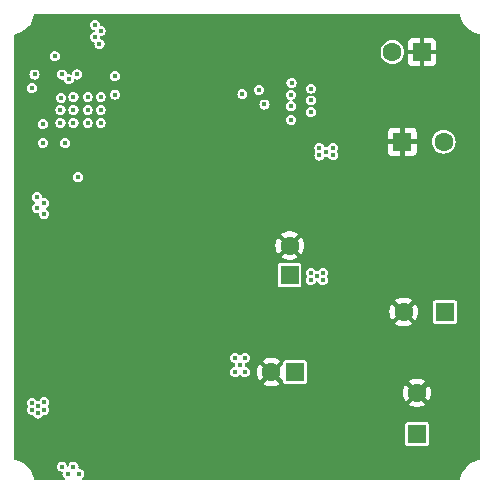
<source format=gbr>
%TF.GenerationSoftware,KiCad,Pcbnew,8.0.3*%
%TF.CreationDate,2024-07-12T17:44:37+02:00*%
%TF.ProjectId,CleanLVSupply,436c6561-6e4c-4565-9375-70706c792e6b,rev?*%
%TF.SameCoordinates,Original*%
%TF.FileFunction,Copper,L3,Inr*%
%TF.FilePolarity,Positive*%
%FSLAX46Y46*%
G04 Gerber Fmt 4.6, Leading zero omitted, Abs format (unit mm)*
G04 Created by KiCad (PCBNEW 8.0.3) date 2024-07-12 17:44:37*
%MOMM*%
%LPD*%
G01*
G04 APERTURE LIST*
%TA.AperFunction,ComponentPad*%
%ADD10R,1.600000X1.600000*%
%TD*%
%TA.AperFunction,ComponentPad*%
%ADD11C,1.600000*%
%TD*%
%TA.AperFunction,ViaPad*%
%ADD12C,0.450000*%
%TD*%
G04 APERTURE END LIST*
D10*
%TO.N,GND*%
%TO.C,C18*%
X163147349Y-91100000D03*
D11*
%TO.N,-15V*%
X166647349Y-91100000D03*
%TD*%
D10*
%TO.N,+5V*%
%TO.C,C40*%
X164400000Y-115852651D03*
D11*
%TO.N,GND*%
X164400000Y-112352651D03*
%TD*%
D10*
%TO.N,Net-(C41-Pad1)*%
%TO.C,C41*%
X154055113Y-110600000D03*
D11*
%TO.N,GND*%
X152055113Y-110600000D03*
%TD*%
D10*
%TO.N,GND*%
%TO.C,C14*%
X164800000Y-83500000D03*
D11*
%TO.N,Net-(C14-Pad2)*%
X162300000Y-83500000D03*
%TD*%
D10*
%TO.N,Net-(C29-Pad1)*%
%TO.C,C29*%
X153600000Y-102382380D03*
D11*
%TO.N,GND*%
X153600000Y-99882380D03*
%TD*%
D10*
%TO.N,+15V*%
%TO.C,C28*%
X166752651Y-105500000D03*
D11*
%TO.N,GND*%
X163252651Y-105500000D03*
%TD*%
D12*
%TO.N,/-15V Supply/-17V_SW*%
X151000000Y-86700000D03*
X153720000Y-88080000D03*
X151470000Y-87940000D03*
X137600000Y-88400000D03*
X153760000Y-86100000D03*
X136500000Y-87300000D03*
X135680000Y-94100000D03*
X134200000Y-89500000D03*
X155400000Y-87600000D03*
X131770000Y-86560000D03*
X132700000Y-89600000D03*
X155400000Y-88600000D03*
X136500000Y-88400000D03*
X135300000Y-87300000D03*
X136500000Y-89500000D03*
X134250000Y-87380000D03*
X153740000Y-89230000D03*
X135300000Y-89500000D03*
X133710000Y-83860000D03*
X138800000Y-87100000D03*
X155400000Y-86600000D03*
X137600000Y-89500000D03*
X135300000Y-88400000D03*
X153710000Y-87120000D03*
X134200000Y-88400000D03*
X149600000Y-87080000D03*
X134600000Y-91200000D03*
X137600000Y-87300000D03*
%TO.N,Net-(U1-VCC)*%
X138800000Y-85525000D03*
%TO.N,Net-(U1-RAMP)*%
X132000000Y-85400000D03*
%TO.N,Net-(U1-SS)*%
X132700000Y-91175000D03*
%TO.N,Net-(U1-COMP)*%
X135600000Y-85400000D03*
%TO.N,Net-(U1-FB)*%
X134900000Y-85800000D03*
%TO.N,Net-(U2-EN)*%
X157300000Y-91600000D03*
X156120000Y-92259003D03*
X156120000Y-91630000D03*
X156700000Y-91925000D03*
X157280000Y-92230000D03*
%TO.N,Net-(U1-RT)*%
X134300000Y-85400000D03*
%TO.N,Net-(U4-EN)*%
X155900000Y-102500000D03*
X156400000Y-102200000D03*
X155400000Y-102800000D03*
X155400000Y-102200000D03*
X156400000Y-102800000D03*
%TO.N,Net-(U6-EN)*%
X149800000Y-110600000D03*
X149000000Y-110600000D03*
X149000000Y-109400000D03*
X149800000Y-109400000D03*
X149400000Y-110000000D03*
%TO.N,GND*%
X132800000Y-111300000D03*
X140300000Y-114700000D03*
X146000000Y-85400000D03*
X132800000Y-112120000D03*
X160000000Y-105300000D03*
X133600000Y-91000000D03*
X163200000Y-88900000D03*
X147500000Y-81700000D03*
X143700000Y-85400000D03*
X152300000Y-81600000D03*
X134400000Y-115900000D03*
X147300000Y-110060000D03*
X139700000Y-110500000D03*
X135770000Y-108040000D03*
X156020000Y-115400000D03*
X160400000Y-114500000D03*
X137600000Y-100700000D03*
X146670000Y-99550000D03*
X143480000Y-116880000D03*
X156130000Y-90830000D03*
X158800000Y-107700000D03*
X137920000Y-114030000D03*
X159600000Y-90000000D03*
X160800000Y-90000000D03*
X156000000Y-114700000D03*
X155090000Y-94140000D03*
X157600000Y-105300000D03*
X144690000Y-97570000D03*
X155540000Y-115050000D03*
X160000000Y-106500000D03*
X160800000Y-89400000D03*
X159600000Y-89400000D03*
X156700000Y-95000000D03*
X132160000Y-102880000D03*
X140300000Y-81700000D03*
X153210000Y-96200000D03*
X155100000Y-104790000D03*
X155400000Y-81300000D03*
X155080000Y-114690000D03*
X151000000Y-85125000D03*
X141300000Y-85000000D03*
X139800000Y-83700000D03*
X139300000Y-116500000D03*
X148800000Y-84600000D03*
X135400000Y-96800000D03*
X135580000Y-104390000D03*
X131760000Y-87900000D03*
X153000000Y-83500000D03*
X139700000Y-112600000D03*
X150000000Y-82700000D03*
X146000000Y-84100000D03*
X157300000Y-84450000D03*
X133580000Y-112110000D03*
X145140000Y-102320000D03*
X155400000Y-83000000D03*
X138900000Y-113900000D03*
X160200000Y-89700000D03*
X142600000Y-81700000D03*
X137250000Y-110600000D03*
X146750000Y-112850000D03*
X139700000Y-113300000D03*
X160000000Y-107700000D03*
X137400000Y-113300000D03*
X138200000Y-102300000D03*
X143700000Y-84100000D03*
X158800000Y-105300000D03*
X146170000Y-105070000D03*
X157600000Y-106500000D03*
X135400000Y-96000000D03*
X145400000Y-116000000D03*
X141410000Y-98310000D03*
X134700000Y-98400000D03*
X158820000Y-80980000D03*
X133600000Y-91600000D03*
X137600000Y-99900000D03*
X157600000Y-107700000D03*
X133570000Y-111300000D03*
X146910000Y-117030000D03*
X145000000Y-81700000D03*
X160800000Y-112700000D03*
X150630000Y-112560000D03*
X136800000Y-117500000D03*
X158800000Y-106500000D03*
X139700000Y-111300000D03*
X146050000Y-107600000D03*
X155080000Y-115410000D03*
X135300000Y-115900000D03*
X135700000Y-101000000D03*
%TO.N,+12V*%
X134300000Y-118600000D03*
X137100000Y-81200000D03*
X137500000Y-82800000D03*
X134800000Y-119200000D03*
X137100000Y-82200000D03*
X132800000Y-96300000D03*
X132200000Y-96700000D03*
X137600000Y-81700000D03*
X131780000Y-113200000D03*
X132800000Y-97200000D03*
X132324898Y-113446592D03*
X135300000Y-118600000D03*
X132830000Y-113130000D03*
X132830000Y-113790000D03*
X132200000Y-95800000D03*
X132300000Y-114100000D03*
X135800000Y-119200000D03*
X131803942Y-113786743D03*
%TD*%
%TA.AperFunction,Conductor*%
%TO.N,GND*%
G36*
X168009230Y-80322174D02*
G01*
X168030271Y-80364842D01*
X168033729Y-80391113D01*
X168101601Y-80644415D01*
X168101601Y-80644416D01*
X168201955Y-80886694D01*
X168201956Y-80886696D01*
X168305982Y-81066874D01*
X168333076Y-81113803D01*
X168492718Y-81321851D01*
X168678149Y-81507282D01*
X168886197Y-81666924D01*
X169113303Y-81798043D01*
X169355581Y-81898398D01*
X169608884Y-81966270D01*
X169635158Y-81969729D01*
X169684208Y-81998047D01*
X169699500Y-82043096D01*
X169699500Y-117956903D01*
X169677826Y-118009229D01*
X169635160Y-118030270D01*
X169608890Y-118033729D01*
X169608888Y-118033729D01*
X169608884Y-118033730D01*
X169520019Y-118057541D01*
X169355588Y-118101599D01*
X169355583Y-118101601D01*
X169113305Y-118201955D01*
X169113303Y-118201956D01*
X168886197Y-118333075D01*
X168778143Y-118415989D01*
X168688845Y-118484511D01*
X168678144Y-118492722D01*
X168492722Y-118678144D01*
X168333075Y-118886197D01*
X168201956Y-119113303D01*
X168201955Y-119113305D01*
X168101601Y-119355583D01*
X168101601Y-119355584D01*
X168033729Y-119608886D01*
X168030271Y-119635158D01*
X168001953Y-119684208D01*
X167956904Y-119699500D01*
X136065152Y-119699500D01*
X136012826Y-119677826D01*
X135991152Y-119625500D01*
X136012826Y-119573174D01*
X136031554Y-119559567D01*
X136053220Y-119548528D01*
X136148528Y-119453220D01*
X136209719Y-119333126D01*
X136230804Y-119200000D01*
X136209719Y-119066874D01*
X136209719Y-119066873D01*
X136148528Y-118946780D01*
X136053219Y-118851471D01*
X135933126Y-118790281D01*
X135933126Y-118790280D01*
X135800000Y-118769196D01*
X135794176Y-118769196D01*
X135794176Y-118766951D01*
X135747045Y-118755623D01*
X135717466Y-118707324D01*
X135717469Y-118684192D01*
X135724954Y-118636933D01*
X135730804Y-118600000D01*
X135709719Y-118466874D01*
X135709719Y-118466873D01*
X135648528Y-118346780D01*
X135553219Y-118251471D01*
X135433126Y-118190281D01*
X135433126Y-118190280D01*
X135300000Y-118169196D01*
X135166873Y-118190280D01*
X135166873Y-118190281D01*
X135046780Y-118251471D01*
X134951471Y-118346780D01*
X134890281Y-118466873D01*
X134890280Y-118466874D01*
X134873089Y-118575420D01*
X134843496Y-118623711D01*
X134788424Y-118636933D01*
X134740133Y-118607340D01*
X134726911Y-118575420D01*
X134709719Y-118466874D01*
X134709718Y-118466873D01*
X134695070Y-118438125D01*
X134648528Y-118346780D01*
X134553220Y-118251472D01*
X134553219Y-118251471D01*
X134433126Y-118190281D01*
X134433126Y-118190280D01*
X134300000Y-118169196D01*
X134166873Y-118190280D01*
X134166873Y-118190281D01*
X134046780Y-118251471D01*
X133951471Y-118346780D01*
X133890281Y-118466873D01*
X133890280Y-118466873D01*
X133869196Y-118600000D01*
X133890280Y-118733126D01*
X133950581Y-118851472D01*
X133951472Y-118853220D01*
X134046780Y-118948528D01*
X134166873Y-119009718D01*
X134166873Y-119009719D01*
X134300000Y-119030804D01*
X134305824Y-119030804D01*
X134305824Y-119033058D01*
X134352919Y-119044350D01*
X134382526Y-119092632D01*
X134382530Y-119115805D01*
X134369196Y-119199998D01*
X134369196Y-119199999D01*
X134390280Y-119333126D01*
X134451471Y-119453219D01*
X134451472Y-119453220D01*
X134546780Y-119548528D01*
X134568444Y-119559566D01*
X134605226Y-119602633D01*
X134600782Y-119659096D01*
X134557715Y-119695878D01*
X134534848Y-119699500D01*
X132043096Y-119699500D01*
X131990770Y-119677826D01*
X131969729Y-119635158D01*
X131969156Y-119630804D01*
X131966270Y-119608884D01*
X131898398Y-119355581D01*
X131815261Y-119154873D01*
X131798044Y-119113305D01*
X131798043Y-119113303D01*
X131666924Y-118886197D01*
X131652793Y-118867781D01*
X131507282Y-118678149D01*
X131321851Y-118492718D01*
X131155412Y-118365004D01*
X131113802Y-118333075D01*
X130886696Y-118201956D01*
X130886694Y-118201955D01*
X130703203Y-118125951D01*
X130644419Y-118101602D01*
X130644417Y-118101601D01*
X130644416Y-118101601D01*
X130644411Y-118101599D01*
X130519165Y-118068040D01*
X130391116Y-118033730D01*
X130391109Y-118033729D01*
X130364840Y-118030270D01*
X130315791Y-118001950D01*
X130300500Y-117956903D01*
X130300500Y-115032904D01*
X163399500Y-115032904D01*
X163399500Y-116672397D01*
X163411133Y-116730883D01*
X163440608Y-116774994D01*
X163455448Y-116797203D01*
X163499560Y-116826678D01*
X163521767Y-116841517D01*
X163521768Y-116841517D01*
X163521769Y-116841518D01*
X163580252Y-116853151D01*
X163580254Y-116853151D01*
X165219746Y-116853151D01*
X165219748Y-116853151D01*
X165278231Y-116841518D01*
X165344552Y-116797203D01*
X165388867Y-116730882D01*
X165400500Y-116672399D01*
X165400500Y-115032903D01*
X165388867Y-114974420D01*
X165344552Y-114908099D01*
X165322343Y-114893259D01*
X165278232Y-114863784D01*
X165278233Y-114863784D01*
X165248989Y-114857967D01*
X165219748Y-114852151D01*
X163580252Y-114852151D01*
X163551010Y-114857967D01*
X163521767Y-114863784D01*
X163455449Y-114908098D01*
X163455447Y-114908100D01*
X163411133Y-114974418D01*
X163399500Y-115032904D01*
X130300500Y-115032904D01*
X130300500Y-113200000D01*
X131349196Y-113200000D01*
X131370280Y-113333126D01*
X131431471Y-113453219D01*
X131436421Y-113458169D01*
X131458095Y-113510495D01*
X131450030Y-113544090D01*
X131394222Y-113653619D01*
X131373138Y-113786743D01*
X131394222Y-113919869D01*
X131455413Y-114039962D01*
X131455414Y-114039963D01*
X131550722Y-114135271D01*
X131670815Y-114196461D01*
X131670815Y-114196462D01*
X131691374Y-114199718D01*
X131803942Y-114217547D01*
X131823386Y-114214467D01*
X131878459Y-114227688D01*
X131900896Y-114253960D01*
X131951472Y-114353220D01*
X132046780Y-114448528D01*
X132166873Y-114509718D01*
X132166873Y-114509719D01*
X132185075Y-114512601D01*
X132300000Y-114530804D01*
X132433126Y-114509719D01*
X132553220Y-114448528D01*
X132648528Y-114353220D01*
X132700103Y-114251998D01*
X132743169Y-114215217D01*
X132777610Y-114212506D01*
X132830000Y-114220804D01*
X132963126Y-114199719D01*
X133083220Y-114138528D01*
X133178528Y-114043220D01*
X133239719Y-113923126D01*
X133260804Y-113790000D01*
X133239719Y-113656874D01*
X133239719Y-113656873D01*
X133178528Y-113536780D01*
X133154074Y-113512326D01*
X133132400Y-113460000D01*
X133154074Y-113407674D01*
X133178528Y-113383220D01*
X133239719Y-113263126D01*
X133260804Y-113130000D01*
X133239719Y-112996874D01*
X133239719Y-112996873D01*
X133178528Y-112876780D01*
X133083219Y-112781471D01*
X132963126Y-112720281D01*
X132963126Y-112720280D01*
X132830000Y-112699196D01*
X132696873Y-112720280D01*
X132696873Y-112720281D01*
X132576780Y-112781471D01*
X132481473Y-112876778D01*
X132428649Y-112980451D01*
X132385582Y-113017233D01*
X132351139Y-113019944D01*
X132324898Y-113015788D01*
X132324897Y-113015788D01*
X132228827Y-113031003D01*
X132173755Y-113017781D01*
X132151320Y-112991513D01*
X132128528Y-112946780D01*
X132033220Y-112851472D01*
X132033219Y-112851471D01*
X131913126Y-112790281D01*
X131913126Y-112790280D01*
X131780000Y-112769196D01*
X131646873Y-112790280D01*
X131646873Y-112790281D01*
X131526780Y-112851471D01*
X131431471Y-112946780D01*
X131370281Y-113066873D01*
X131370280Y-113066873D01*
X131349196Y-113200000D01*
X130300500Y-113200000D01*
X130300500Y-112352647D01*
X163194859Y-112352647D01*
X163194859Y-112352654D01*
X163215377Y-112574083D01*
X163215379Y-112574096D01*
X163276237Y-112787993D01*
X163276239Y-112787997D01*
X163375368Y-112987077D01*
X163375370Y-112987080D01*
X163421560Y-113048245D01*
X164013629Y-112456176D01*
X164027259Y-112507045D01*
X164079920Y-112598257D01*
X164154394Y-112672731D01*
X164245606Y-112725392D01*
X164296472Y-112739021D01*
X163703000Y-113332492D01*
X163862817Y-113431445D01*
X163862827Y-113431450D01*
X164070194Y-113511785D01*
X164288800Y-113552650D01*
X164288806Y-113552651D01*
X164511194Y-113552651D01*
X164511199Y-113552650D01*
X164729805Y-113511785D01*
X164937172Y-113431450D01*
X164937182Y-113431445D01*
X165096997Y-113332491D01*
X164503527Y-112739021D01*
X164554394Y-112725392D01*
X164645606Y-112672731D01*
X164720080Y-112598257D01*
X164772741Y-112507045D01*
X164786370Y-112456178D01*
X165378438Y-113048246D01*
X165424629Y-112987079D01*
X165424631Y-112987077D01*
X165523760Y-112787997D01*
X165523762Y-112787993D01*
X165584620Y-112574096D01*
X165584622Y-112574083D01*
X165605141Y-112352654D01*
X165605141Y-112352647D01*
X165584622Y-112131218D01*
X165584620Y-112131205D01*
X165523762Y-111917308D01*
X165523760Y-111917304D01*
X165424631Y-111718224D01*
X165424629Y-111718221D01*
X165378437Y-111657054D01*
X164786370Y-112249122D01*
X164772741Y-112198257D01*
X164720080Y-112107045D01*
X164645606Y-112032571D01*
X164554394Y-111979910D01*
X164503525Y-111966280D01*
X165096998Y-111372808D01*
X164937182Y-111273856D01*
X164937172Y-111273851D01*
X164729805Y-111193516D01*
X164511199Y-111152651D01*
X164288800Y-111152651D01*
X164070194Y-111193516D01*
X163862827Y-111273851D01*
X163862817Y-111273856D01*
X163703000Y-111372808D01*
X164296472Y-111966280D01*
X164245606Y-111979910D01*
X164154394Y-112032571D01*
X164079920Y-112107045D01*
X164027259Y-112198257D01*
X164013629Y-112249123D01*
X163421560Y-111657054D01*
X163375368Y-111718225D01*
X163375367Y-111718228D01*
X163276239Y-111917304D01*
X163276237Y-111917308D01*
X163215379Y-112131205D01*
X163215377Y-112131218D01*
X163194859Y-112352647D01*
X130300500Y-112352647D01*
X130300500Y-109400000D01*
X148569196Y-109400000D01*
X148590280Y-109533126D01*
X148651471Y-109653219D01*
X148651472Y-109653220D01*
X148746780Y-109748528D01*
X148866874Y-109809719D01*
X148923002Y-109818608D01*
X148971293Y-109848200D01*
X148984515Y-109903272D01*
X148969196Y-109999998D01*
X148969196Y-110000000D01*
X148984515Y-110096726D01*
X148971293Y-110151799D01*
X148923002Y-110181391D01*
X148866874Y-110190280D01*
X148866873Y-110190281D01*
X148746780Y-110251471D01*
X148651471Y-110346780D01*
X148590281Y-110466873D01*
X148590280Y-110466873D01*
X148569196Y-110600000D01*
X148590280Y-110733126D01*
X148647592Y-110845606D01*
X148651472Y-110853220D01*
X148746780Y-110948528D01*
X148866873Y-111009718D01*
X148866873Y-111009719D01*
X148885075Y-111012601D01*
X149000000Y-111030804D01*
X149133126Y-111009719D01*
X149253220Y-110948528D01*
X149347674Y-110854074D01*
X149400000Y-110832400D01*
X149452326Y-110854074D01*
X149546780Y-110948528D01*
X149666873Y-111009718D01*
X149666873Y-111009719D01*
X149685075Y-111012601D01*
X149800000Y-111030804D01*
X149933126Y-111009719D01*
X150053220Y-110948528D01*
X150148528Y-110853220D01*
X150209719Y-110733126D01*
X150230804Y-110600000D01*
X150230803Y-110599996D01*
X150849972Y-110599996D01*
X150849972Y-110600003D01*
X150870490Y-110821432D01*
X150870492Y-110821445D01*
X150931350Y-111035342D01*
X150931352Y-111035346D01*
X151030481Y-111234426D01*
X151030483Y-111234429D01*
X151076673Y-111295594D01*
X151668742Y-110703525D01*
X151682372Y-110754394D01*
X151735033Y-110845606D01*
X151809507Y-110920080D01*
X151900719Y-110972741D01*
X151951585Y-110986370D01*
X151358113Y-111579841D01*
X151517930Y-111678794D01*
X151517940Y-111678799D01*
X151725307Y-111759134D01*
X151943913Y-111799999D01*
X151943919Y-111800000D01*
X152166307Y-111800000D01*
X152166312Y-111799999D01*
X152384918Y-111759134D01*
X152592285Y-111678799D01*
X152592295Y-111678794D01*
X152752110Y-111579840D01*
X152158640Y-110986370D01*
X152209507Y-110972741D01*
X152300719Y-110920080D01*
X152375193Y-110845606D01*
X152427854Y-110754394D01*
X152441483Y-110703527D01*
X153032939Y-111294983D01*
X153054613Y-111347309D01*
X153054613Y-111419746D01*
X153066246Y-111478232D01*
X153095721Y-111522343D01*
X153110561Y-111544552D01*
X153154673Y-111574027D01*
X153176880Y-111588866D01*
X153176881Y-111588866D01*
X153176882Y-111588867D01*
X153235365Y-111600500D01*
X153235367Y-111600500D01*
X154874859Y-111600500D01*
X154874861Y-111600500D01*
X154933344Y-111588867D01*
X154999665Y-111544552D01*
X155043980Y-111478231D01*
X155055613Y-111419748D01*
X155055613Y-109780252D01*
X155043980Y-109721769D01*
X154999665Y-109655448D01*
X154977456Y-109640608D01*
X154933345Y-109611133D01*
X154933346Y-109611133D01*
X154904102Y-109605316D01*
X154874861Y-109599500D01*
X153235365Y-109599500D01*
X153206123Y-109605316D01*
X153176880Y-109611133D01*
X153110562Y-109655447D01*
X153110560Y-109655449D01*
X153066246Y-109721767D01*
X153054613Y-109780253D01*
X153054613Y-109852690D01*
X153032939Y-109905016D01*
X152441483Y-110496471D01*
X152427854Y-110445606D01*
X152375193Y-110354394D01*
X152300719Y-110279920D01*
X152209507Y-110227259D01*
X152158638Y-110213629D01*
X152752111Y-109620157D01*
X152592295Y-109521205D01*
X152592285Y-109521200D01*
X152384918Y-109440865D01*
X152166312Y-109400000D01*
X151943913Y-109400000D01*
X151725307Y-109440865D01*
X151517940Y-109521200D01*
X151517930Y-109521205D01*
X151358113Y-109620157D01*
X151951585Y-110213629D01*
X151900719Y-110227259D01*
X151809507Y-110279920D01*
X151735033Y-110354394D01*
X151682372Y-110445606D01*
X151668742Y-110496472D01*
X151076673Y-109904403D01*
X151030481Y-109965574D01*
X151030480Y-109965577D01*
X150931352Y-110164653D01*
X150931350Y-110164657D01*
X150870492Y-110378554D01*
X150870490Y-110378567D01*
X150849972Y-110599996D01*
X150230803Y-110599996D01*
X150209719Y-110466874D01*
X150209719Y-110466873D01*
X150148528Y-110346780D01*
X150053219Y-110251471D01*
X149933126Y-110190281D01*
X149876996Y-110181390D01*
X149828705Y-110151796D01*
X149815484Y-110096725D01*
X149830804Y-110000000D01*
X149815484Y-109903272D01*
X149828706Y-109848201D01*
X149876994Y-109818609D01*
X149933126Y-109809719D01*
X150053220Y-109748528D01*
X150148528Y-109653220D01*
X150209719Y-109533126D01*
X150230804Y-109400000D01*
X150209719Y-109266874D01*
X150209719Y-109266873D01*
X150148528Y-109146780D01*
X150053219Y-109051471D01*
X149933126Y-108990281D01*
X149933126Y-108990280D01*
X149800000Y-108969196D01*
X149666873Y-108990280D01*
X149666873Y-108990281D01*
X149546780Y-109051471D01*
X149546779Y-109051472D01*
X149452326Y-109145926D01*
X149400000Y-109167600D01*
X149347674Y-109145926D01*
X149253219Y-109051471D01*
X149133126Y-108990281D01*
X149133126Y-108990280D01*
X149000000Y-108969196D01*
X148866873Y-108990280D01*
X148866873Y-108990281D01*
X148746780Y-109051471D01*
X148651471Y-109146780D01*
X148590281Y-109266873D01*
X148590280Y-109266873D01*
X148569196Y-109400000D01*
X130300500Y-109400000D01*
X130300500Y-105499996D01*
X162047510Y-105499996D01*
X162047510Y-105500003D01*
X162068028Y-105721432D01*
X162068030Y-105721445D01*
X162128888Y-105935342D01*
X162128890Y-105935346D01*
X162228019Y-106134426D01*
X162228021Y-106134429D01*
X162274211Y-106195594D01*
X162866280Y-105603525D01*
X162879910Y-105654394D01*
X162932571Y-105745606D01*
X163007045Y-105820080D01*
X163098257Y-105872741D01*
X163149123Y-105886370D01*
X162555651Y-106479841D01*
X162715468Y-106578794D01*
X162715478Y-106578799D01*
X162922845Y-106659134D01*
X163141451Y-106699999D01*
X163141457Y-106700000D01*
X163363845Y-106700000D01*
X163363850Y-106699999D01*
X163582456Y-106659134D01*
X163789823Y-106578799D01*
X163789833Y-106578794D01*
X163949648Y-106479840D01*
X163356178Y-105886370D01*
X163407045Y-105872741D01*
X163498257Y-105820080D01*
X163572731Y-105745606D01*
X163625392Y-105654394D01*
X163639021Y-105603527D01*
X164231089Y-106195595D01*
X164277280Y-106134428D01*
X164277282Y-106134426D01*
X164376411Y-105935346D01*
X164376413Y-105935342D01*
X164437271Y-105721445D01*
X164437273Y-105721432D01*
X164457792Y-105500003D01*
X164457792Y-105499996D01*
X164437273Y-105278567D01*
X164437271Y-105278554D01*
X164376413Y-105064657D01*
X164376411Y-105064653D01*
X164277282Y-104865573D01*
X164277280Y-104865570D01*
X164231088Y-104804403D01*
X163639021Y-105396471D01*
X163625392Y-105345606D01*
X163572731Y-105254394D01*
X163498257Y-105179920D01*
X163407045Y-105127259D01*
X163356176Y-105113629D01*
X163789553Y-104680253D01*
X165752151Y-104680253D01*
X165752151Y-106319746D01*
X165763784Y-106378232D01*
X165793259Y-106422343D01*
X165808099Y-106444552D01*
X165852211Y-106474027D01*
X165874418Y-106488866D01*
X165874419Y-106488866D01*
X165874420Y-106488867D01*
X165932903Y-106500500D01*
X165932905Y-106500500D01*
X167572397Y-106500500D01*
X167572399Y-106500500D01*
X167630882Y-106488867D01*
X167697203Y-106444552D01*
X167741518Y-106378231D01*
X167753151Y-106319748D01*
X167753151Y-104680252D01*
X167741518Y-104621769D01*
X167697203Y-104555448D01*
X167674994Y-104540608D01*
X167630883Y-104511133D01*
X167630884Y-104511133D01*
X167601640Y-104505316D01*
X167572399Y-104499500D01*
X165932903Y-104499500D01*
X165903661Y-104505316D01*
X165874418Y-104511133D01*
X165808100Y-104555447D01*
X165808098Y-104555449D01*
X165763784Y-104621767D01*
X165752151Y-104680253D01*
X163789553Y-104680253D01*
X163949649Y-104520157D01*
X163789833Y-104421205D01*
X163789823Y-104421200D01*
X163582456Y-104340865D01*
X163363850Y-104300000D01*
X163141451Y-104300000D01*
X162922845Y-104340865D01*
X162715478Y-104421200D01*
X162715468Y-104421205D01*
X162555651Y-104520157D01*
X163149123Y-105113629D01*
X163098257Y-105127259D01*
X163007045Y-105179920D01*
X162932571Y-105254394D01*
X162879910Y-105345606D01*
X162866280Y-105396472D01*
X162274211Y-104804403D01*
X162228019Y-104865574D01*
X162228018Y-104865577D01*
X162128890Y-105064653D01*
X162128888Y-105064657D01*
X162068030Y-105278554D01*
X162068028Y-105278567D01*
X162047510Y-105499996D01*
X130300500Y-105499996D01*
X130300500Y-101562633D01*
X152599500Y-101562633D01*
X152599500Y-103202126D01*
X152611133Y-103260612D01*
X152640608Y-103304723D01*
X152655448Y-103326932D01*
X152699560Y-103356407D01*
X152721767Y-103371246D01*
X152721768Y-103371246D01*
X152721769Y-103371247D01*
X152780252Y-103382880D01*
X152780254Y-103382880D01*
X154419746Y-103382880D01*
X154419748Y-103382880D01*
X154478231Y-103371247D01*
X154544552Y-103326932D01*
X154588867Y-103260611D01*
X154600500Y-103202128D01*
X154600500Y-102200000D01*
X154969196Y-102200000D01*
X154990280Y-102333126D01*
X155051473Y-102453222D01*
X155053862Y-102456511D01*
X155067078Y-102511585D01*
X155053862Y-102543489D01*
X155051473Y-102546777D01*
X154990281Y-102666873D01*
X154990280Y-102666873D01*
X154969196Y-102800000D01*
X154990280Y-102933126D01*
X155051471Y-103053219D01*
X155051472Y-103053220D01*
X155146780Y-103148528D01*
X155266873Y-103209718D01*
X155266873Y-103209719D01*
X155285075Y-103212601D01*
X155400000Y-103230804D01*
X155533126Y-103209719D01*
X155653220Y-103148528D01*
X155748528Y-103053220D01*
X155793148Y-102965648D01*
X155836214Y-102928867D01*
X155870655Y-102926156D01*
X155900000Y-102930804D01*
X155929342Y-102926156D01*
X155984413Y-102939377D01*
X156006852Y-102965649D01*
X156051472Y-103053220D01*
X156146780Y-103148528D01*
X156266873Y-103209718D01*
X156266873Y-103209719D01*
X156285075Y-103212601D01*
X156400000Y-103230804D01*
X156533126Y-103209719D01*
X156653220Y-103148528D01*
X156748528Y-103053220D01*
X156809719Y-102933126D01*
X156830804Y-102800000D01*
X156809719Y-102666874D01*
X156809719Y-102666873D01*
X156779685Y-102607929D01*
X156748528Y-102546780D01*
X156748523Y-102546775D01*
X156746140Y-102543494D01*
X156732920Y-102488421D01*
X156746140Y-102456506D01*
X156748521Y-102453226D01*
X156748528Y-102453220D01*
X156809719Y-102333126D01*
X156830804Y-102200000D01*
X156810823Y-102073843D01*
X156809719Y-102066873D01*
X156748528Y-101946780D01*
X156653219Y-101851471D01*
X156533126Y-101790281D01*
X156533126Y-101790280D01*
X156400000Y-101769196D01*
X156266873Y-101790280D01*
X156266873Y-101790281D01*
X156146780Y-101851471D01*
X156051473Y-101946778D01*
X156006852Y-102034350D01*
X155963784Y-102071132D01*
X155929343Y-102073843D01*
X155900001Y-102069196D01*
X155899999Y-102069196D01*
X155870656Y-102073843D01*
X155815584Y-102060621D01*
X155793147Y-102034350D01*
X155748528Y-101946780D01*
X155653220Y-101851472D01*
X155653219Y-101851471D01*
X155533126Y-101790281D01*
X155533126Y-101790280D01*
X155400000Y-101769196D01*
X155266873Y-101790280D01*
X155266873Y-101790281D01*
X155146780Y-101851471D01*
X155051471Y-101946780D01*
X154990281Y-102066873D01*
X154990280Y-102066873D01*
X154969196Y-102200000D01*
X154600500Y-102200000D01*
X154600500Y-101562632D01*
X154588867Y-101504149D01*
X154544552Y-101437828D01*
X154522343Y-101422988D01*
X154478232Y-101393513D01*
X154478233Y-101393513D01*
X154448989Y-101387696D01*
X154419748Y-101381880D01*
X152780252Y-101381880D01*
X152751010Y-101387696D01*
X152721767Y-101393513D01*
X152655449Y-101437827D01*
X152655447Y-101437829D01*
X152611133Y-101504147D01*
X152599500Y-101562633D01*
X130300500Y-101562633D01*
X130300500Y-99882376D01*
X152394859Y-99882376D01*
X152394859Y-99882383D01*
X152415377Y-100103812D01*
X152415379Y-100103825D01*
X152476237Y-100317722D01*
X152476239Y-100317726D01*
X152575368Y-100516806D01*
X152575370Y-100516809D01*
X152621560Y-100577974D01*
X153213629Y-99985905D01*
X153227259Y-100036774D01*
X153279920Y-100127986D01*
X153354394Y-100202460D01*
X153445606Y-100255121D01*
X153496472Y-100268750D01*
X152903000Y-100862221D01*
X153062817Y-100961174D01*
X153062827Y-100961179D01*
X153270194Y-101041514D01*
X153488800Y-101082379D01*
X153488806Y-101082380D01*
X153711194Y-101082380D01*
X153711199Y-101082379D01*
X153929805Y-101041514D01*
X154137172Y-100961179D01*
X154137182Y-100961174D01*
X154296997Y-100862220D01*
X153703527Y-100268750D01*
X153754394Y-100255121D01*
X153845606Y-100202460D01*
X153920080Y-100127986D01*
X153972741Y-100036774D01*
X153986370Y-99985907D01*
X154578438Y-100577975D01*
X154624629Y-100516808D01*
X154624631Y-100516806D01*
X154723760Y-100317726D01*
X154723762Y-100317722D01*
X154784620Y-100103825D01*
X154784622Y-100103812D01*
X154805141Y-99882383D01*
X154805141Y-99882376D01*
X154784622Y-99660947D01*
X154784620Y-99660934D01*
X154723762Y-99447037D01*
X154723760Y-99447033D01*
X154624631Y-99247953D01*
X154624629Y-99247950D01*
X154578437Y-99186783D01*
X153986370Y-99778851D01*
X153972741Y-99727986D01*
X153920080Y-99636774D01*
X153845606Y-99562300D01*
X153754394Y-99509639D01*
X153703525Y-99496009D01*
X154296998Y-98902537D01*
X154137182Y-98803585D01*
X154137172Y-98803580D01*
X153929805Y-98723245D01*
X153711199Y-98682380D01*
X153488800Y-98682380D01*
X153270194Y-98723245D01*
X153062827Y-98803580D01*
X153062817Y-98803585D01*
X152903000Y-98902537D01*
X153496472Y-99496009D01*
X153445606Y-99509639D01*
X153354394Y-99562300D01*
X153279920Y-99636774D01*
X153227259Y-99727986D01*
X153213629Y-99778852D01*
X152621560Y-99186783D01*
X152575368Y-99247954D01*
X152575367Y-99247957D01*
X152476239Y-99447033D01*
X152476237Y-99447037D01*
X152415379Y-99660934D01*
X152415377Y-99660947D01*
X152394859Y-99882376D01*
X130300500Y-99882376D01*
X130300500Y-95800000D01*
X131769196Y-95800000D01*
X131790280Y-95933126D01*
X131851471Y-96053219D01*
X131946780Y-96148528D01*
X132016527Y-96184066D01*
X132053310Y-96227133D01*
X132048866Y-96283595D01*
X132016527Y-96315934D01*
X131946780Y-96351471D01*
X131851471Y-96446780D01*
X131790281Y-96566873D01*
X131790280Y-96566873D01*
X131769196Y-96700000D01*
X131790280Y-96833126D01*
X131851471Y-96953219D01*
X131851472Y-96953220D01*
X131946780Y-97048528D01*
X132066873Y-97109718D01*
X132066873Y-97109719D01*
X132087958Y-97113058D01*
X132200000Y-97130804D01*
X132284192Y-97117469D01*
X132339264Y-97130691D01*
X132368857Y-97178982D01*
X132368859Y-97194176D01*
X132369196Y-97194176D01*
X132369196Y-97199999D01*
X132390280Y-97333126D01*
X132451471Y-97453219D01*
X132451472Y-97453220D01*
X132546780Y-97548528D01*
X132666873Y-97609718D01*
X132666873Y-97609719D01*
X132685075Y-97612601D01*
X132800000Y-97630804D01*
X132933126Y-97609719D01*
X133053220Y-97548528D01*
X133148528Y-97453220D01*
X133209719Y-97333126D01*
X133230804Y-97200000D01*
X133209719Y-97066874D01*
X133209719Y-97066873D01*
X133148528Y-96946780D01*
X133053222Y-96851474D01*
X133053220Y-96851472D01*
X132983469Y-96815932D01*
X132946689Y-96772867D01*
X132951132Y-96716405D01*
X132983469Y-96684067D01*
X133053220Y-96648528D01*
X133148528Y-96553220D01*
X133209719Y-96433126D01*
X133230804Y-96300000D01*
X133209719Y-96166874D01*
X133209719Y-96166873D01*
X133148528Y-96046780D01*
X133053219Y-95951471D01*
X132933126Y-95890281D01*
X132933126Y-95890280D01*
X132800000Y-95869196D01*
X132799999Y-95869196D01*
X132715805Y-95882530D01*
X132660733Y-95869308D01*
X132631141Y-95821016D01*
X132631144Y-95805824D01*
X132630804Y-95805824D01*
X132630804Y-95800000D01*
X132609719Y-95666873D01*
X132548528Y-95546780D01*
X132453219Y-95451471D01*
X132333126Y-95390281D01*
X132333126Y-95390280D01*
X132200000Y-95369196D01*
X132066873Y-95390280D01*
X132066873Y-95390281D01*
X131946780Y-95451471D01*
X131851471Y-95546780D01*
X131790281Y-95666873D01*
X131790280Y-95666873D01*
X131769196Y-95800000D01*
X130300500Y-95800000D01*
X130300500Y-94100000D01*
X135249196Y-94100000D01*
X135270280Y-94233126D01*
X135331471Y-94353219D01*
X135331472Y-94353220D01*
X135426780Y-94448528D01*
X135546873Y-94509718D01*
X135546873Y-94509719D01*
X135565075Y-94512601D01*
X135680000Y-94530804D01*
X135813126Y-94509719D01*
X135933220Y-94448528D01*
X136028528Y-94353220D01*
X136089719Y-94233126D01*
X136110804Y-94100000D01*
X136089719Y-93966874D01*
X136089719Y-93966873D01*
X136028528Y-93846780D01*
X135933219Y-93751471D01*
X135813126Y-93690281D01*
X135813126Y-93690280D01*
X135680000Y-93669196D01*
X135546873Y-93690280D01*
X135546873Y-93690281D01*
X135426780Y-93751471D01*
X135331471Y-93846780D01*
X135270281Y-93966873D01*
X135270280Y-93966873D01*
X135249196Y-94100000D01*
X130300500Y-94100000D01*
X130300500Y-91175000D01*
X132269196Y-91175000D01*
X132290280Y-91308126D01*
X132347324Y-91420080D01*
X132351472Y-91428220D01*
X132446780Y-91523528D01*
X132566873Y-91584718D01*
X132566873Y-91584719D01*
X132585075Y-91587601D01*
X132700000Y-91605804D01*
X132833126Y-91584719D01*
X132953220Y-91523528D01*
X133048528Y-91428220D01*
X133109719Y-91308126D01*
X133126844Y-91200000D01*
X134169196Y-91200000D01*
X134190280Y-91333126D01*
X134251471Y-91453219D01*
X134251472Y-91453220D01*
X134346780Y-91548528D01*
X134466873Y-91609718D01*
X134466873Y-91609719D01*
X134485075Y-91612601D01*
X134600000Y-91630804D01*
X134605076Y-91630000D01*
X155689196Y-91630000D01*
X155710280Y-91763126D01*
X155771471Y-91883219D01*
X155780427Y-91892175D01*
X155802101Y-91944501D01*
X155780431Y-91996823D01*
X155771471Y-92005783D01*
X155710280Y-92125879D01*
X155689196Y-92259003D01*
X155710280Y-92392129D01*
X155771471Y-92512222D01*
X155771472Y-92512223D01*
X155866780Y-92607531D01*
X155986873Y-92668721D01*
X155986873Y-92668722D01*
X156005075Y-92671604D01*
X156120000Y-92689807D01*
X156253126Y-92668722D01*
X156373220Y-92607531D01*
X156468528Y-92512223D01*
X156529719Y-92392129D01*
X156529747Y-92392044D01*
X156529786Y-92391998D01*
X156532364Y-92386939D01*
X156533578Y-92387557D01*
X156566527Y-92348975D01*
X156611702Y-92341819D01*
X156700000Y-92355804D01*
X156801012Y-92339805D01*
X156856083Y-92353027D01*
X156878521Y-92379298D01*
X156931472Y-92483220D01*
X157026780Y-92578528D01*
X157146873Y-92639718D01*
X157146873Y-92639719D01*
X157165075Y-92642601D01*
X157280000Y-92660804D01*
X157413126Y-92639719D01*
X157533220Y-92578528D01*
X157628528Y-92483220D01*
X157689719Y-92363126D01*
X157710804Y-92230000D01*
X157689719Y-92096874D01*
X157689719Y-92096873D01*
X157628528Y-91976780D01*
X157625102Y-91972064D01*
X157626479Y-91971063D01*
X157607400Y-91925000D01*
X157629074Y-91872674D01*
X157648528Y-91853220D01*
X157709719Y-91733126D01*
X157730804Y-91600000D01*
X157710541Y-91472063D01*
X157709719Y-91466873D01*
X157648528Y-91346780D01*
X157553219Y-91251471D01*
X157433126Y-91190281D01*
X157433126Y-91190280D01*
X157300000Y-91169196D01*
X157166873Y-91190280D01*
X157166873Y-91190281D01*
X157046780Y-91251471D01*
X156951471Y-91346780D01*
X156887637Y-91472063D01*
X156884555Y-91470492D01*
X156854513Y-91504861D01*
X156810101Y-91511634D01*
X156700000Y-91494196D01*
X156594274Y-91510941D01*
X156539202Y-91497719D01*
X156516764Y-91471448D01*
X156494738Y-91428220D01*
X156468528Y-91376780D01*
X156373220Y-91281472D01*
X156373219Y-91281471D01*
X156253126Y-91220281D01*
X156253126Y-91220280D01*
X156120000Y-91199196D01*
X155986873Y-91220280D01*
X155986873Y-91220281D01*
X155866780Y-91281471D01*
X155771471Y-91376780D01*
X155710281Y-91496873D01*
X155710280Y-91496873D01*
X155689196Y-91630000D01*
X134605076Y-91630000D01*
X134733126Y-91609719D01*
X134853220Y-91548528D01*
X134948528Y-91453220D01*
X135009719Y-91333126D01*
X135030804Y-91200000D01*
X135009719Y-91066874D01*
X135009719Y-91066873D01*
X134948528Y-90946780D01*
X134853219Y-90851471D01*
X134733126Y-90790281D01*
X134733126Y-90790280D01*
X134600000Y-90769196D01*
X134466873Y-90790280D01*
X134466873Y-90790281D01*
X134346780Y-90851471D01*
X134251471Y-90946780D01*
X134190281Y-91066873D01*
X134190280Y-91066873D01*
X134169196Y-91200000D01*
X133126844Y-91200000D01*
X133130804Y-91175000D01*
X133109719Y-91041874D01*
X133109719Y-91041873D01*
X133048528Y-90921780D01*
X132953219Y-90826471D01*
X132833126Y-90765281D01*
X132833126Y-90765280D01*
X132700000Y-90744196D01*
X132566873Y-90765280D01*
X132566873Y-90765281D01*
X132446780Y-90826471D01*
X132351471Y-90921780D01*
X132290281Y-91041873D01*
X132290280Y-91041873D01*
X132269196Y-91175000D01*
X130300500Y-91175000D01*
X130300500Y-90268518D01*
X161947349Y-90268518D01*
X161947349Y-90900000D01*
X162800938Y-90900000D01*
X162774608Y-90945606D01*
X162747349Y-91047339D01*
X162747349Y-91152661D01*
X162774608Y-91254394D01*
X162800939Y-91300000D01*
X161947350Y-91300000D01*
X161947350Y-91931482D01*
X161962183Y-92025148D01*
X161962184Y-92025149D01*
X162019709Y-92138046D01*
X162109302Y-92227639D01*
X162222199Y-92285164D01*
X162315867Y-92299999D01*
X162947349Y-92299999D01*
X162947349Y-91446410D01*
X162992955Y-91472741D01*
X163094688Y-91500000D01*
X163200010Y-91500000D01*
X163301743Y-91472741D01*
X163347349Y-91446410D01*
X163347349Y-92299999D01*
X163978830Y-92299999D01*
X164072497Y-92285165D01*
X164072498Y-92285164D01*
X164185395Y-92227639D01*
X164274988Y-92138046D01*
X164332513Y-92025149D01*
X164332513Y-92025148D01*
X164347349Y-91931481D01*
X164347349Y-91300000D01*
X163493759Y-91300000D01*
X163520090Y-91254394D01*
X163547349Y-91152661D01*
X163547349Y-91100000D01*
X165642008Y-91100000D01*
X165661325Y-91296133D01*
X165718536Y-91484731D01*
X165796185Y-91630000D01*
X165811439Y-91658538D01*
X165936466Y-91810883D01*
X166088811Y-91935910D01*
X166104884Y-91944501D01*
X166262617Y-92028812D01*
X166262619Y-92028812D01*
X166262622Y-92028814D01*
X166451217Y-92086024D01*
X166647349Y-92105341D01*
X166843481Y-92086024D01*
X167032076Y-92028814D01*
X167205887Y-91935910D01*
X167358232Y-91810883D01*
X167483259Y-91658538D01*
X167576163Y-91484727D01*
X167633373Y-91296132D01*
X167652690Y-91100000D01*
X167633373Y-90903868D01*
X167576163Y-90715273D01*
X167576161Y-90715270D01*
X167576161Y-90715268D01*
X167524397Y-90618426D01*
X167483259Y-90541462D01*
X167358232Y-90389117D01*
X167205887Y-90264090D01*
X167195946Y-90258776D01*
X167032080Y-90171187D01*
X166843482Y-90113976D01*
X166647349Y-90094659D01*
X166451215Y-90113976D01*
X166262617Y-90171187D01*
X166088812Y-90264089D01*
X165936466Y-90389117D01*
X165811438Y-90541463D01*
X165718536Y-90715268D01*
X165661325Y-90903866D01*
X165642008Y-91100000D01*
X163547349Y-91100000D01*
X163547349Y-91047339D01*
X163520090Y-90945606D01*
X163493760Y-90900000D01*
X164347348Y-90900000D01*
X164347348Y-90268517D01*
X164332514Y-90174851D01*
X164332513Y-90174850D01*
X164274988Y-90061953D01*
X164185395Y-89972360D01*
X164072498Y-89914835D01*
X163978831Y-89900000D01*
X163347349Y-89900000D01*
X163347349Y-90753589D01*
X163301743Y-90727259D01*
X163200010Y-90700000D01*
X163094688Y-90700000D01*
X162992955Y-90727259D01*
X162947349Y-90753589D01*
X162947349Y-89900000D01*
X162315867Y-89900000D01*
X162222200Y-89914834D01*
X162222199Y-89914835D01*
X162109302Y-89972360D01*
X162019709Y-90061953D01*
X161962184Y-90174850D01*
X161962184Y-90174851D01*
X161947349Y-90268518D01*
X130300500Y-90268518D01*
X130300500Y-89600000D01*
X132269196Y-89600000D01*
X132290280Y-89733126D01*
X132349081Y-89848528D01*
X132351472Y-89853220D01*
X132446780Y-89948528D01*
X132566873Y-90009718D01*
X132566873Y-90009719D01*
X132585075Y-90012601D01*
X132700000Y-90030804D01*
X132833126Y-90009719D01*
X132953220Y-89948528D01*
X133048528Y-89853220D01*
X133109719Y-89733126D01*
X133130804Y-89600000D01*
X133114966Y-89500000D01*
X133769196Y-89500000D01*
X133790280Y-89633126D01*
X133851471Y-89753219D01*
X133851472Y-89753220D01*
X133946780Y-89848528D01*
X134066873Y-89909718D01*
X134066873Y-89909719D01*
X134085075Y-89912601D01*
X134200000Y-89930804D01*
X134333126Y-89909719D01*
X134453220Y-89848528D01*
X134548528Y-89753220D01*
X134609719Y-89633126D01*
X134630804Y-89500000D01*
X134869196Y-89500000D01*
X134890280Y-89633126D01*
X134951471Y-89753219D01*
X134951472Y-89753220D01*
X135046780Y-89848528D01*
X135166873Y-89909718D01*
X135166873Y-89909719D01*
X135185075Y-89912601D01*
X135300000Y-89930804D01*
X135433126Y-89909719D01*
X135553220Y-89848528D01*
X135648528Y-89753220D01*
X135709719Y-89633126D01*
X135730804Y-89500000D01*
X136069196Y-89500000D01*
X136090280Y-89633126D01*
X136151471Y-89753219D01*
X136151472Y-89753220D01*
X136246780Y-89848528D01*
X136366873Y-89909718D01*
X136366873Y-89909719D01*
X136385075Y-89912601D01*
X136500000Y-89930804D01*
X136633126Y-89909719D01*
X136753220Y-89848528D01*
X136848528Y-89753220D01*
X136909719Y-89633126D01*
X136930804Y-89500000D01*
X137169196Y-89500000D01*
X137190280Y-89633126D01*
X137251471Y-89753219D01*
X137251472Y-89753220D01*
X137346780Y-89848528D01*
X137466873Y-89909718D01*
X137466873Y-89909719D01*
X137485075Y-89912601D01*
X137600000Y-89930804D01*
X137733126Y-89909719D01*
X137853220Y-89848528D01*
X137948528Y-89753220D01*
X138009719Y-89633126D01*
X138030804Y-89500000D01*
X138009719Y-89366874D01*
X138009719Y-89366873D01*
X137948528Y-89246780D01*
X137931748Y-89230000D01*
X153309196Y-89230000D01*
X153330280Y-89363126D01*
X153383143Y-89466874D01*
X153391472Y-89483220D01*
X153486780Y-89578528D01*
X153606873Y-89639718D01*
X153606873Y-89639719D01*
X153625075Y-89642601D01*
X153740000Y-89660804D01*
X153873126Y-89639719D01*
X153993220Y-89578528D01*
X154088528Y-89483220D01*
X154149719Y-89363126D01*
X154170804Y-89230000D01*
X154149719Y-89096874D01*
X154149719Y-89096873D01*
X154088528Y-88976780D01*
X153993219Y-88881471D01*
X153873126Y-88820281D01*
X153873126Y-88820280D01*
X153740000Y-88799196D01*
X153606873Y-88820280D01*
X153606873Y-88820281D01*
X153486780Y-88881471D01*
X153391471Y-88976780D01*
X153330281Y-89096873D01*
X153330280Y-89096873D01*
X153309196Y-89230000D01*
X137931748Y-89230000D01*
X137853219Y-89151471D01*
X137733126Y-89090281D01*
X137733126Y-89090280D01*
X137600000Y-89069196D01*
X137466873Y-89090280D01*
X137466873Y-89090281D01*
X137346780Y-89151471D01*
X137251471Y-89246780D01*
X137190281Y-89366873D01*
X137190280Y-89366873D01*
X137169196Y-89500000D01*
X136930804Y-89500000D01*
X136909719Y-89366874D01*
X136909719Y-89366873D01*
X136848528Y-89246780D01*
X136753219Y-89151471D01*
X136633126Y-89090281D01*
X136633126Y-89090280D01*
X136500000Y-89069196D01*
X136366873Y-89090280D01*
X136366873Y-89090281D01*
X136246780Y-89151471D01*
X136151471Y-89246780D01*
X136090281Y-89366873D01*
X136090280Y-89366873D01*
X136069196Y-89500000D01*
X135730804Y-89500000D01*
X135709719Y-89366874D01*
X135709719Y-89366873D01*
X135648528Y-89246780D01*
X135553219Y-89151471D01*
X135433126Y-89090281D01*
X135433126Y-89090280D01*
X135300000Y-89069196D01*
X135166873Y-89090280D01*
X135166873Y-89090281D01*
X135046780Y-89151471D01*
X134951471Y-89246780D01*
X134890281Y-89366873D01*
X134890280Y-89366873D01*
X134869196Y-89500000D01*
X134630804Y-89500000D01*
X134609719Y-89366874D01*
X134609719Y-89366873D01*
X134548528Y-89246780D01*
X134453219Y-89151471D01*
X134333126Y-89090281D01*
X134333126Y-89090280D01*
X134200000Y-89069196D01*
X134066873Y-89090280D01*
X134066873Y-89090281D01*
X133946780Y-89151471D01*
X133851471Y-89246780D01*
X133790281Y-89366873D01*
X133790280Y-89366873D01*
X133769196Y-89500000D01*
X133114966Y-89500000D01*
X133109719Y-89466874D01*
X133109719Y-89466873D01*
X133048528Y-89346780D01*
X132953219Y-89251471D01*
X132833126Y-89190281D01*
X132833126Y-89190280D01*
X132700000Y-89169196D01*
X132566873Y-89190280D01*
X132566873Y-89190281D01*
X132446780Y-89251471D01*
X132351471Y-89346780D01*
X132290281Y-89466873D01*
X132290280Y-89466873D01*
X132269196Y-89600000D01*
X130300500Y-89600000D01*
X130300500Y-88400000D01*
X133769196Y-88400000D01*
X133790280Y-88533126D01*
X133851471Y-88653219D01*
X133851472Y-88653220D01*
X133946780Y-88748528D01*
X134066873Y-88809718D01*
X134066873Y-88809719D01*
X134085075Y-88812601D01*
X134200000Y-88830804D01*
X134333126Y-88809719D01*
X134453220Y-88748528D01*
X134548528Y-88653220D01*
X134609719Y-88533126D01*
X134630804Y-88400000D01*
X134869196Y-88400000D01*
X134890280Y-88533126D01*
X134951471Y-88653219D01*
X134951472Y-88653220D01*
X135046780Y-88748528D01*
X135166873Y-88809718D01*
X135166873Y-88809719D01*
X135185075Y-88812601D01*
X135300000Y-88830804D01*
X135433126Y-88809719D01*
X135553220Y-88748528D01*
X135648528Y-88653220D01*
X135709719Y-88533126D01*
X135730804Y-88400000D01*
X136069196Y-88400000D01*
X136090280Y-88533126D01*
X136151471Y-88653219D01*
X136151472Y-88653220D01*
X136246780Y-88748528D01*
X136366873Y-88809718D01*
X136366873Y-88809719D01*
X136385075Y-88812601D01*
X136500000Y-88830804D01*
X136633126Y-88809719D01*
X136753220Y-88748528D01*
X136848528Y-88653220D01*
X136909719Y-88533126D01*
X136930804Y-88400000D01*
X137169196Y-88400000D01*
X137190280Y-88533126D01*
X137251471Y-88653219D01*
X137251472Y-88653220D01*
X137346780Y-88748528D01*
X137466873Y-88809718D01*
X137466873Y-88809719D01*
X137485075Y-88812601D01*
X137600000Y-88830804D01*
X137733126Y-88809719D01*
X137853220Y-88748528D01*
X137948528Y-88653220D01*
X137975645Y-88600000D01*
X154969196Y-88600000D01*
X154990280Y-88733126D01*
X155040050Y-88830804D01*
X155051472Y-88853220D01*
X155146780Y-88948528D01*
X155266873Y-89009718D01*
X155266873Y-89009719D01*
X155285075Y-89012601D01*
X155400000Y-89030804D01*
X155533126Y-89009719D01*
X155653220Y-88948528D01*
X155748528Y-88853220D01*
X155809719Y-88733126D01*
X155830804Y-88600000D01*
X155809719Y-88466874D01*
X155809719Y-88466873D01*
X155748528Y-88346780D01*
X155653219Y-88251471D01*
X155533126Y-88190281D01*
X155533126Y-88190280D01*
X155433073Y-88174434D01*
X155424578Y-88173088D01*
X155404752Y-88160938D01*
X155375420Y-88173089D01*
X155266874Y-88190280D01*
X155266873Y-88190281D01*
X155146780Y-88251471D01*
X155051471Y-88346780D01*
X154990281Y-88466873D01*
X154990280Y-88466873D01*
X154969196Y-88600000D01*
X137975645Y-88600000D01*
X138009719Y-88533126D01*
X138030804Y-88400000D01*
X138009719Y-88266874D01*
X138009719Y-88266873D01*
X137948528Y-88146780D01*
X137853219Y-88051471D01*
X137733126Y-87990281D01*
X137733126Y-87990280D01*
X137600000Y-87969196D01*
X137466873Y-87990280D01*
X137466873Y-87990281D01*
X137346780Y-88051471D01*
X137251471Y-88146780D01*
X137190281Y-88266873D01*
X137190280Y-88266873D01*
X137169196Y-88400000D01*
X136930804Y-88400000D01*
X136909719Y-88266874D01*
X136909719Y-88266873D01*
X136848528Y-88146780D01*
X136753219Y-88051471D01*
X136633126Y-87990281D01*
X136633126Y-87990280D01*
X136500000Y-87969196D01*
X136366873Y-87990280D01*
X136366873Y-87990281D01*
X136246780Y-88051471D01*
X136151471Y-88146780D01*
X136090281Y-88266873D01*
X136090280Y-88266873D01*
X136069196Y-88400000D01*
X135730804Y-88400000D01*
X135709719Y-88266874D01*
X135709719Y-88266873D01*
X135648528Y-88146780D01*
X135553219Y-88051471D01*
X135433126Y-87990281D01*
X135433126Y-87990280D01*
X135300000Y-87969196D01*
X135166873Y-87990280D01*
X135166873Y-87990281D01*
X135046780Y-88051471D01*
X134951471Y-88146780D01*
X134890281Y-88266873D01*
X134890280Y-88266873D01*
X134869196Y-88400000D01*
X134630804Y-88400000D01*
X134609719Y-88266874D01*
X134609719Y-88266873D01*
X134548528Y-88146780D01*
X134453219Y-88051471D01*
X134333126Y-87990281D01*
X134333126Y-87990280D01*
X134200000Y-87969196D01*
X134066873Y-87990280D01*
X134066873Y-87990281D01*
X133946780Y-88051471D01*
X133851471Y-88146780D01*
X133790281Y-88266873D01*
X133790280Y-88266873D01*
X133769196Y-88400000D01*
X130300500Y-88400000D01*
X130300500Y-87940000D01*
X151039196Y-87940000D01*
X151060280Y-88073126D01*
X151121471Y-88193219D01*
X151121472Y-88193220D01*
X151216780Y-88288528D01*
X151336873Y-88349718D01*
X151336873Y-88349719D01*
X151355075Y-88352601D01*
X151470000Y-88370804D01*
X151603126Y-88349719D01*
X151723220Y-88288528D01*
X151818528Y-88193220D01*
X151879719Y-88073126D01*
X151900804Y-87940000D01*
X151882601Y-87825075D01*
X151879719Y-87806873D01*
X151818528Y-87686780D01*
X151723219Y-87591471D01*
X151603126Y-87530281D01*
X151603126Y-87530280D01*
X151470000Y-87509196D01*
X151336873Y-87530280D01*
X151336873Y-87530281D01*
X151216780Y-87591471D01*
X151121471Y-87686780D01*
X151060281Y-87806873D01*
X151060280Y-87806873D01*
X151039196Y-87940000D01*
X130300500Y-87940000D01*
X130300500Y-87380000D01*
X133819196Y-87380000D01*
X133840280Y-87513126D01*
X133901471Y-87633219D01*
X133901472Y-87633220D01*
X133996780Y-87728528D01*
X134116873Y-87789718D01*
X134116873Y-87789719D01*
X134135075Y-87792601D01*
X134250000Y-87810804D01*
X134383126Y-87789719D01*
X134503220Y-87728528D01*
X134598528Y-87633220D01*
X134659719Y-87513126D01*
X134680804Y-87380000D01*
X134668133Y-87300000D01*
X134869196Y-87300000D01*
X134890280Y-87433126D01*
X134951471Y-87553219D01*
X134951472Y-87553220D01*
X135046780Y-87648528D01*
X135166873Y-87709718D01*
X135166873Y-87709719D01*
X135185075Y-87712601D01*
X135300000Y-87730804D01*
X135433126Y-87709719D01*
X135553220Y-87648528D01*
X135648528Y-87553220D01*
X135709719Y-87433126D01*
X135730804Y-87300000D01*
X136069196Y-87300000D01*
X136090280Y-87433126D01*
X136151471Y-87553219D01*
X136151472Y-87553220D01*
X136246780Y-87648528D01*
X136366873Y-87709718D01*
X136366873Y-87709719D01*
X136385075Y-87712601D01*
X136500000Y-87730804D01*
X136633126Y-87709719D01*
X136753220Y-87648528D01*
X136848528Y-87553220D01*
X136909719Y-87433126D01*
X136930804Y-87300000D01*
X137169196Y-87300000D01*
X137190280Y-87433126D01*
X137251471Y-87553219D01*
X137251472Y-87553220D01*
X137346780Y-87648528D01*
X137466873Y-87709718D01*
X137466873Y-87709719D01*
X137485075Y-87712601D01*
X137600000Y-87730804D01*
X137733126Y-87709719D01*
X137853220Y-87648528D01*
X137948528Y-87553220D01*
X138009719Y-87433126D01*
X138030804Y-87300000D01*
X138009719Y-87166874D01*
X138009719Y-87166873D01*
X137975645Y-87100000D01*
X138369196Y-87100000D01*
X138390280Y-87233126D01*
X138451471Y-87353219D01*
X138451472Y-87353220D01*
X138546780Y-87448528D01*
X138666873Y-87509718D01*
X138666873Y-87509719D01*
X138673718Y-87510803D01*
X138800000Y-87530804D01*
X138933126Y-87509719D01*
X139053220Y-87448528D01*
X139148528Y-87353220D01*
X139209719Y-87233126D01*
X139230804Y-87100000D01*
X139227636Y-87080000D01*
X149169196Y-87080000D01*
X149190280Y-87213126D01*
X149251471Y-87333219D01*
X149251472Y-87333220D01*
X149346780Y-87428528D01*
X149466873Y-87489718D01*
X149466873Y-87489719D01*
X149485075Y-87492601D01*
X149600000Y-87510804D01*
X149733126Y-87489719D01*
X149853220Y-87428528D01*
X149948528Y-87333220D01*
X150009719Y-87213126D01*
X150030804Y-87080000D01*
X150009719Y-86946874D01*
X150009719Y-86946873D01*
X149948528Y-86826780D01*
X149853219Y-86731471D01*
X149791453Y-86700000D01*
X150569196Y-86700000D01*
X150590280Y-86833126D01*
X150650581Y-86951472D01*
X150651472Y-86953220D01*
X150746780Y-87048528D01*
X150866873Y-87109718D01*
X150866873Y-87109719D01*
X150885075Y-87112601D01*
X151000000Y-87130804D01*
X151068214Y-87120000D01*
X153279196Y-87120000D01*
X153300280Y-87253126D01*
X153351281Y-87353220D01*
X153361472Y-87373220D01*
X153456780Y-87468528D01*
X153576874Y-87529719D01*
X153576880Y-87529719D01*
X153581574Y-87531245D01*
X153624642Y-87568028D01*
X153629087Y-87624490D01*
X153592304Y-87667558D01*
X153591833Y-87667754D01*
X153466780Y-87731471D01*
X153371471Y-87826780D01*
X153310281Y-87946873D01*
X153310280Y-87946873D01*
X153289196Y-88080000D01*
X153310280Y-88213126D01*
X153348700Y-88288528D01*
X153371472Y-88333220D01*
X153466780Y-88428528D01*
X153586873Y-88489718D01*
X153586873Y-88489719D01*
X153605075Y-88492601D01*
X153720000Y-88510804D01*
X153853126Y-88489719D01*
X153973220Y-88428528D01*
X154068528Y-88333220D01*
X154129719Y-88213126D01*
X154150804Y-88080000D01*
X154129719Y-87946874D01*
X154129719Y-87946873D01*
X154068528Y-87826780D01*
X153973219Y-87731471D01*
X153853126Y-87670281D01*
X153848421Y-87668752D01*
X153805355Y-87631967D01*
X153802841Y-87600000D01*
X154969196Y-87600000D01*
X154990280Y-87733126D01*
X155038000Y-87826780D01*
X155051472Y-87853220D01*
X155146780Y-87948528D01*
X155266874Y-88009719D01*
X155375420Y-88026911D01*
X155395246Y-88039061D01*
X155424578Y-88026911D01*
X155533126Y-88009719D01*
X155653220Y-87948528D01*
X155748528Y-87853220D01*
X155809719Y-87733126D01*
X155830804Y-87600000D01*
X155809719Y-87466874D01*
X155809719Y-87466873D01*
X155748528Y-87346780D01*
X155653219Y-87251471D01*
X155533126Y-87190281D01*
X155533126Y-87190280D01*
X155433073Y-87174434D01*
X155424578Y-87173088D01*
X155404752Y-87160938D01*
X155375420Y-87173089D01*
X155266874Y-87190280D01*
X155266873Y-87190281D01*
X155146780Y-87251471D01*
X155051471Y-87346780D01*
X154990281Y-87466873D01*
X154990280Y-87466873D01*
X154969196Y-87600000D01*
X153802841Y-87600000D01*
X153800914Y-87575505D01*
X153837699Y-87532439D01*
X153838170Y-87532244D01*
X153843126Y-87529719D01*
X153963220Y-87468528D01*
X154058528Y-87373220D01*
X154119719Y-87253126D01*
X154140804Y-87120000D01*
X154122601Y-87005075D01*
X154119719Y-86986873D01*
X154058528Y-86866780D01*
X153963219Y-86771471D01*
X153843126Y-86710281D01*
X153843126Y-86710280D01*
X153710000Y-86689196D01*
X153576873Y-86710280D01*
X153576873Y-86710281D01*
X153456780Y-86771471D01*
X153361471Y-86866780D01*
X153300281Y-86986873D01*
X153300280Y-86986873D01*
X153279196Y-87120000D01*
X151068214Y-87120000D01*
X151133126Y-87109719D01*
X151253220Y-87048528D01*
X151348528Y-86953220D01*
X151409719Y-86833126D01*
X151430804Y-86700000D01*
X151414966Y-86600000D01*
X154969196Y-86600000D01*
X154990280Y-86733126D01*
X155051471Y-86853219D01*
X155051472Y-86853220D01*
X155146780Y-86948528D01*
X155266874Y-87009719D01*
X155375420Y-87026911D01*
X155395246Y-87039061D01*
X155424578Y-87026911D01*
X155533126Y-87009719D01*
X155653220Y-86948528D01*
X155748528Y-86853220D01*
X155809719Y-86733126D01*
X155830804Y-86600000D01*
X155809719Y-86466874D01*
X155809719Y-86466873D01*
X155748528Y-86346780D01*
X155653219Y-86251471D01*
X155533126Y-86190281D01*
X155533126Y-86190280D01*
X155400000Y-86169196D01*
X155266873Y-86190280D01*
X155266873Y-86190281D01*
X155146780Y-86251471D01*
X155051471Y-86346780D01*
X154990281Y-86466873D01*
X154990280Y-86466873D01*
X154969196Y-86600000D01*
X151414966Y-86600000D01*
X151409719Y-86566874D01*
X151409719Y-86566873D01*
X151348528Y-86446780D01*
X151253219Y-86351471D01*
X151133126Y-86290281D01*
X151133126Y-86290280D01*
X151000000Y-86269196D01*
X150866873Y-86290280D01*
X150866873Y-86290281D01*
X150746780Y-86351471D01*
X150651471Y-86446780D01*
X150590281Y-86566873D01*
X150590280Y-86566873D01*
X150569196Y-86700000D01*
X149791453Y-86700000D01*
X149733126Y-86670281D01*
X149733126Y-86670280D01*
X149600000Y-86649196D01*
X149466873Y-86670280D01*
X149466873Y-86670281D01*
X149346780Y-86731471D01*
X149251471Y-86826780D01*
X149190281Y-86946873D01*
X149190280Y-86946873D01*
X149169196Y-87080000D01*
X139227636Y-87080000D01*
X139210259Y-86970281D01*
X139209719Y-86966873D01*
X139148528Y-86846780D01*
X139053219Y-86751471D01*
X138933126Y-86690281D01*
X138933126Y-86690280D01*
X138800000Y-86669196D01*
X138666873Y-86690280D01*
X138666873Y-86690281D01*
X138546780Y-86751471D01*
X138451471Y-86846780D01*
X138390281Y-86966873D01*
X138390280Y-86966873D01*
X138369196Y-87100000D01*
X137975645Y-87100000D01*
X137948528Y-87046780D01*
X137853219Y-86951471D01*
X137733126Y-86890281D01*
X137733126Y-86890280D01*
X137600000Y-86869196D01*
X137466873Y-86890280D01*
X137466873Y-86890281D01*
X137346780Y-86951471D01*
X137251471Y-87046780D01*
X137190281Y-87166873D01*
X137190280Y-87166873D01*
X137169196Y-87300000D01*
X136930804Y-87300000D01*
X136909719Y-87166874D01*
X136909719Y-87166873D01*
X136848528Y-87046780D01*
X136753219Y-86951471D01*
X136633126Y-86890281D01*
X136633126Y-86890280D01*
X136500000Y-86869196D01*
X136366873Y-86890280D01*
X136366873Y-86890281D01*
X136246780Y-86951471D01*
X136151471Y-87046780D01*
X136090281Y-87166873D01*
X136090280Y-87166873D01*
X136069196Y-87300000D01*
X135730804Y-87300000D01*
X135709719Y-87166874D01*
X135709719Y-87166873D01*
X135648528Y-87046780D01*
X135553219Y-86951471D01*
X135433126Y-86890281D01*
X135433126Y-86890280D01*
X135300000Y-86869196D01*
X135166873Y-86890280D01*
X135166873Y-86890281D01*
X135046780Y-86951471D01*
X134951471Y-87046780D01*
X134890281Y-87166873D01*
X134890280Y-87166873D01*
X134869196Y-87300000D01*
X134668133Y-87300000D01*
X134659719Y-87246874D01*
X134659719Y-87246873D01*
X134598528Y-87126780D01*
X134503219Y-87031471D01*
X134383126Y-86970281D01*
X134383126Y-86970280D01*
X134250000Y-86949196D01*
X134116873Y-86970280D01*
X134116873Y-86970281D01*
X133996780Y-87031471D01*
X133901471Y-87126780D01*
X133840281Y-87246873D01*
X133840280Y-87246873D01*
X133819196Y-87380000D01*
X130300500Y-87380000D01*
X130300500Y-86560000D01*
X131339196Y-86560000D01*
X131360280Y-86693126D01*
X131400200Y-86771472D01*
X131421472Y-86813220D01*
X131516780Y-86908528D01*
X131636873Y-86969718D01*
X131636873Y-86969719D01*
X131640422Y-86970281D01*
X131770000Y-86990804D01*
X131903126Y-86969719D01*
X132023220Y-86908528D01*
X132118528Y-86813220D01*
X132179719Y-86693126D01*
X132200804Y-86560000D01*
X132179719Y-86426874D01*
X132179719Y-86426873D01*
X132118528Y-86306780D01*
X132023219Y-86211471D01*
X131903126Y-86150281D01*
X131903126Y-86150280D01*
X131770000Y-86129196D01*
X131636873Y-86150280D01*
X131636873Y-86150281D01*
X131516780Y-86211471D01*
X131421471Y-86306780D01*
X131360281Y-86426873D01*
X131360280Y-86426873D01*
X131339196Y-86560000D01*
X130300500Y-86560000D01*
X130300500Y-85400000D01*
X131569196Y-85400000D01*
X131590280Y-85533126D01*
X131651471Y-85653219D01*
X131651472Y-85653220D01*
X131746780Y-85748528D01*
X131866873Y-85809718D01*
X131866873Y-85809719D01*
X131885075Y-85812601D01*
X132000000Y-85830804D01*
X132133126Y-85809719D01*
X132253220Y-85748528D01*
X132348528Y-85653220D01*
X132409719Y-85533126D01*
X132430804Y-85400000D01*
X133869196Y-85400000D01*
X133890280Y-85533126D01*
X133951471Y-85653219D01*
X133951472Y-85653220D01*
X134046780Y-85748528D01*
X134166873Y-85809718D01*
X134166873Y-85809719D01*
X134187958Y-85813058D01*
X134300000Y-85830804D01*
X134396725Y-85815484D01*
X134451797Y-85828706D01*
X134481390Y-85876996D01*
X134490281Y-85933126D01*
X134501835Y-85955803D01*
X134551472Y-86053220D01*
X134646780Y-86148528D01*
X134766873Y-86209718D01*
X134766873Y-86209719D01*
X134777942Y-86211472D01*
X134900000Y-86230804D01*
X135033126Y-86209719D01*
X135153220Y-86148528D01*
X135201748Y-86100000D01*
X153329196Y-86100000D01*
X153350280Y-86233126D01*
X153410581Y-86351472D01*
X153411472Y-86353220D01*
X153506780Y-86448528D01*
X153626873Y-86509718D01*
X153626873Y-86509719D01*
X153645075Y-86512601D01*
X153760000Y-86530804D01*
X153893126Y-86509719D01*
X154013220Y-86448528D01*
X154108528Y-86353220D01*
X154169719Y-86233126D01*
X154190804Y-86100000D01*
X154169719Y-85966874D01*
X154169719Y-85966873D01*
X154108528Y-85846780D01*
X154013219Y-85751471D01*
X153893126Y-85690281D01*
X153893126Y-85690280D01*
X153760000Y-85669196D01*
X153626873Y-85690280D01*
X153626873Y-85690281D01*
X153506780Y-85751471D01*
X153411471Y-85846780D01*
X153350281Y-85966873D01*
X153350280Y-85966873D01*
X153329196Y-86100000D01*
X135201748Y-86100000D01*
X135248528Y-86053220D01*
X135309719Y-85933126D01*
X135323607Y-85845435D01*
X135353200Y-85797146D01*
X135408272Y-85783924D01*
X135430290Y-85791078D01*
X135466873Y-85809718D01*
X135466873Y-85809719D01*
X135485075Y-85812601D01*
X135600000Y-85830804D01*
X135733126Y-85809719D01*
X135853220Y-85748528D01*
X135948528Y-85653220D01*
X136009719Y-85533126D01*
X136011006Y-85525000D01*
X138369196Y-85525000D01*
X138390280Y-85658126D01*
X138437843Y-85751472D01*
X138451472Y-85778220D01*
X138546780Y-85873528D01*
X138666873Y-85934718D01*
X138666873Y-85934719D01*
X138685075Y-85937601D01*
X138800000Y-85955804D01*
X138933126Y-85934719D01*
X139053220Y-85873528D01*
X139148528Y-85778220D01*
X139209719Y-85658126D01*
X139230804Y-85525000D01*
X139209719Y-85391874D01*
X139209719Y-85391873D01*
X139148528Y-85271780D01*
X139053219Y-85176471D01*
X138933126Y-85115281D01*
X138933126Y-85115280D01*
X138800000Y-85094196D01*
X138666873Y-85115280D01*
X138666873Y-85115281D01*
X138546780Y-85176471D01*
X138451471Y-85271780D01*
X138390281Y-85391873D01*
X138390280Y-85391873D01*
X138369196Y-85525000D01*
X136011006Y-85525000D01*
X136030804Y-85400000D01*
X136009719Y-85266874D01*
X136009719Y-85266873D01*
X135948528Y-85146780D01*
X135853219Y-85051471D01*
X135733126Y-84990281D01*
X135733126Y-84990280D01*
X135600000Y-84969196D01*
X135466873Y-84990280D01*
X135466873Y-84990281D01*
X135346780Y-85051471D01*
X135251471Y-85146780D01*
X135190281Y-85266873D01*
X135176392Y-85354563D01*
X135146799Y-85402854D01*
X135091726Y-85416075D01*
X135069710Y-85408921D01*
X135033126Y-85390281D01*
X135033124Y-85390280D01*
X135033123Y-85390280D01*
X134900000Y-85369196D01*
X134899999Y-85369196D01*
X134803272Y-85384515D01*
X134748200Y-85371293D01*
X134718608Y-85323002D01*
X134709719Y-85266874D01*
X134648528Y-85146780D01*
X134553220Y-85051472D01*
X134553219Y-85051471D01*
X134433126Y-84990281D01*
X134433126Y-84990280D01*
X134300000Y-84969196D01*
X134166873Y-84990280D01*
X134166873Y-84990281D01*
X134046780Y-85051471D01*
X133951471Y-85146780D01*
X133890281Y-85266873D01*
X133890280Y-85266873D01*
X133869196Y-85400000D01*
X132430804Y-85400000D01*
X132409719Y-85266874D01*
X132409719Y-85266873D01*
X132348528Y-85146780D01*
X132253219Y-85051471D01*
X132133126Y-84990281D01*
X132133126Y-84990280D01*
X132000000Y-84969196D01*
X131866873Y-84990280D01*
X131866873Y-84990281D01*
X131746780Y-85051471D01*
X131651471Y-85146780D01*
X131590281Y-85266873D01*
X131590280Y-85266873D01*
X131569196Y-85400000D01*
X130300500Y-85400000D01*
X130300500Y-83860000D01*
X133279196Y-83860000D01*
X133300280Y-83993126D01*
X133361471Y-84113219D01*
X133361472Y-84113220D01*
X133456780Y-84208528D01*
X133576873Y-84269718D01*
X133576873Y-84269719D01*
X133595075Y-84272601D01*
X133710000Y-84290804D01*
X133843126Y-84269719D01*
X133963220Y-84208528D01*
X134058528Y-84113220D01*
X134119719Y-83993126D01*
X134140804Y-83860000D01*
X134119719Y-83726874D01*
X134119719Y-83726873D01*
X134058528Y-83606780D01*
X133963219Y-83511471D01*
X133940706Y-83500000D01*
X161294659Y-83500000D01*
X161313976Y-83696133D01*
X161371187Y-83884731D01*
X161458776Y-84048597D01*
X161464090Y-84058538D01*
X161589117Y-84210883D01*
X161741462Y-84335910D01*
X161818426Y-84377048D01*
X161915268Y-84428812D01*
X161915270Y-84428812D01*
X161915273Y-84428814D01*
X162103868Y-84486024D01*
X162300000Y-84505341D01*
X162496132Y-84486024D01*
X162684727Y-84428814D01*
X162858538Y-84335910D01*
X163010883Y-84210883D01*
X163135910Y-84058538D01*
X163228814Y-83884727D01*
X163286024Y-83696132D01*
X163305341Y-83500000D01*
X163286024Y-83303868D01*
X163228814Y-83115273D01*
X163228812Y-83115270D01*
X163228812Y-83115268D01*
X163177048Y-83018426D01*
X163135910Y-82941462D01*
X163010883Y-82789117D01*
X162863934Y-82668518D01*
X163600000Y-82668518D01*
X163600000Y-83300000D01*
X164453589Y-83300000D01*
X164427259Y-83345606D01*
X164400000Y-83447339D01*
X164400000Y-83552661D01*
X164427259Y-83654394D01*
X164453590Y-83700000D01*
X163600001Y-83700000D01*
X163600001Y-84331482D01*
X163614834Y-84425148D01*
X163614835Y-84425149D01*
X163672360Y-84538046D01*
X163761953Y-84627639D01*
X163874850Y-84685164D01*
X163968518Y-84699999D01*
X164600000Y-84699999D01*
X164600000Y-83846410D01*
X164645606Y-83872741D01*
X164747339Y-83900000D01*
X164852661Y-83900000D01*
X164954394Y-83872741D01*
X165000000Y-83846410D01*
X165000000Y-84699999D01*
X165631481Y-84699999D01*
X165725148Y-84685165D01*
X165725149Y-84685164D01*
X165838046Y-84627639D01*
X165927639Y-84538046D01*
X165985164Y-84425149D01*
X165985164Y-84425148D01*
X166000000Y-84331481D01*
X166000000Y-83700000D01*
X165146410Y-83700000D01*
X165172741Y-83654394D01*
X165200000Y-83552661D01*
X165200000Y-83447339D01*
X165172741Y-83345606D01*
X165146411Y-83300000D01*
X165999999Y-83300000D01*
X165999999Y-82668517D01*
X165985165Y-82574851D01*
X165985164Y-82574850D01*
X165927639Y-82461953D01*
X165838046Y-82372360D01*
X165725149Y-82314835D01*
X165631482Y-82300000D01*
X165000000Y-82300000D01*
X165000000Y-83153589D01*
X164954394Y-83127259D01*
X164852661Y-83100000D01*
X164747339Y-83100000D01*
X164645606Y-83127259D01*
X164600000Y-83153589D01*
X164600000Y-82300000D01*
X163968518Y-82300000D01*
X163874851Y-82314834D01*
X163874850Y-82314835D01*
X163761953Y-82372360D01*
X163672360Y-82461953D01*
X163614835Y-82574850D01*
X163614835Y-82574851D01*
X163600000Y-82668518D01*
X162863934Y-82668518D01*
X162858538Y-82664090D01*
X162828810Y-82648200D01*
X162684731Y-82571187D01*
X162496133Y-82513976D01*
X162300000Y-82494659D01*
X162103866Y-82513976D01*
X161915268Y-82571187D01*
X161741463Y-82664089D01*
X161589117Y-82789117D01*
X161464089Y-82941463D01*
X161371187Y-83115268D01*
X161313976Y-83303866D01*
X161294659Y-83500000D01*
X133940706Y-83500000D01*
X133843126Y-83450281D01*
X133843126Y-83450280D01*
X133710000Y-83429196D01*
X133576873Y-83450280D01*
X133576873Y-83450281D01*
X133456780Y-83511471D01*
X133361471Y-83606780D01*
X133300281Y-83726873D01*
X133300280Y-83726873D01*
X133279196Y-83860000D01*
X130300500Y-83860000D01*
X130300500Y-82043096D01*
X130322174Y-81990770D01*
X130364841Y-81969729D01*
X130391116Y-81966270D01*
X130644419Y-81898398D01*
X130886697Y-81798043D01*
X131113803Y-81666924D01*
X131321851Y-81507282D01*
X131507282Y-81321851D01*
X131600782Y-81200000D01*
X136669196Y-81200000D01*
X136690280Y-81333126D01*
X136751471Y-81453219D01*
X136751472Y-81453220D01*
X136846780Y-81548528D01*
X136966874Y-81609719D01*
X137075420Y-81626911D01*
X137123711Y-81656504D01*
X137136933Y-81711576D01*
X137107340Y-81759867D01*
X137075420Y-81773089D01*
X136966874Y-81790280D01*
X136966873Y-81790281D01*
X136846780Y-81851471D01*
X136751471Y-81946780D01*
X136690281Y-82066873D01*
X136690280Y-82066873D01*
X136669196Y-82200000D01*
X136690280Y-82333126D01*
X136750581Y-82451472D01*
X136751472Y-82453220D01*
X136846780Y-82548528D01*
X136966874Y-82609719D01*
X137023002Y-82618608D01*
X137071293Y-82648200D01*
X137084515Y-82703272D01*
X137069196Y-82799998D01*
X137069196Y-82799999D01*
X137090280Y-82933126D01*
X137151471Y-83053219D01*
X137151472Y-83053220D01*
X137246780Y-83148528D01*
X137366873Y-83209718D01*
X137366873Y-83209719D01*
X137385075Y-83212601D01*
X137500000Y-83230804D01*
X137633126Y-83209719D01*
X137753220Y-83148528D01*
X137848528Y-83053220D01*
X137909719Y-82933126D01*
X137930804Y-82800000D01*
X137912601Y-82685075D01*
X137909719Y-82666873D01*
X137848528Y-82546780D01*
X137753219Y-82451471D01*
X137633126Y-82390281D01*
X137576996Y-82381390D01*
X137528705Y-82351796D01*
X137515484Y-82296725D01*
X137531715Y-82194248D01*
X137534963Y-82194762D01*
X137552478Y-82152478D01*
X137594762Y-82134963D01*
X137594248Y-82131715D01*
X137733126Y-82109719D01*
X137853220Y-82048528D01*
X137948528Y-81953220D01*
X138009719Y-81833126D01*
X138030804Y-81700000D01*
X138009719Y-81566874D01*
X138009719Y-81566873D01*
X137948528Y-81446780D01*
X137853219Y-81351471D01*
X137733126Y-81290281D01*
X137733126Y-81290280D01*
X137594248Y-81268285D01*
X137594762Y-81265036D01*
X137552478Y-81247522D01*
X137534963Y-81205237D01*
X137531715Y-81205752D01*
X137509719Y-81066873D01*
X137448528Y-80946780D01*
X137353219Y-80851471D01*
X137233126Y-80790281D01*
X137233126Y-80790280D01*
X137100000Y-80769196D01*
X136966873Y-80790280D01*
X136966873Y-80790281D01*
X136846780Y-80851471D01*
X136751471Y-80946780D01*
X136690281Y-81066873D01*
X136690280Y-81066873D01*
X136669196Y-81200000D01*
X131600782Y-81200000D01*
X131666924Y-81113803D01*
X131798043Y-80886697D01*
X131898398Y-80644419D01*
X131966270Y-80391116D01*
X131969729Y-80364841D01*
X131998047Y-80315792D01*
X132043096Y-80300500D01*
X167956904Y-80300500D01*
X168009230Y-80322174D01*
G37*
%TD.AperFunction*%
%TD*%
M02*

</source>
